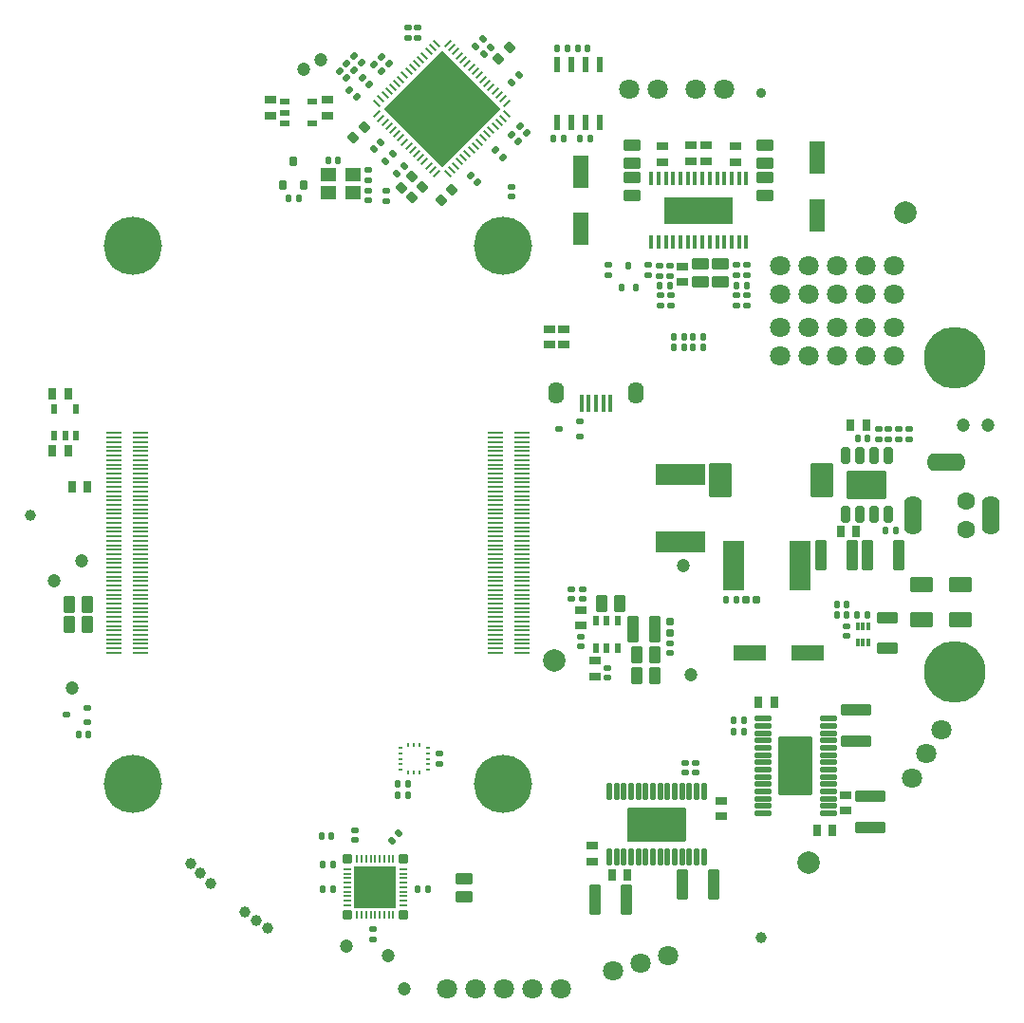
<source format=gts>
G04*
G04 #@! TF.GenerationSoftware,Altium Limited,Altium Designer,21.8.1 (53)*
G04*
G04 Layer_Color=8388736*
%FSTAX43Y43*%
%MOMM*%
G71*
G04*
G04 #@! TF.SameCoordinates,6DCA0702-E8A1-45D8-905D-7E8CEDC4C78A*
G04*
G04*
G04 #@! TF.FilePolarity,Negative*
G04*
G01*
G75*
%ADD17R,0.250X0.350*%
%ADD18R,0.350X0.250*%
G04:AMPARAMS|DCode=19|XSize=0.6mm|YSize=0.5mm|CornerRadius=0.05mm|HoleSize=0mm|Usage=FLASHONLY|Rotation=0.000|XOffset=0mm|YOffset=0mm|HoleType=Round|Shape=RoundedRectangle|*
%AMROUNDEDRECTD19*
21,1,0.600,0.400,0,0,0.0*
21,1,0.500,0.500,0,0,0.0*
1,1,0.100,0.250,-0.200*
1,1,0.100,-0.250,-0.200*
1,1,0.100,-0.250,0.200*
1,1,0.100,0.250,0.200*
%
%ADD19ROUNDEDRECTD19*%
G04:AMPARAMS|DCode=20|XSize=0.6mm|YSize=0.5mm|CornerRadius=0.05mm|HoleSize=0mm|Usage=FLASHONLY|Rotation=270.000|XOffset=0mm|YOffset=0mm|HoleType=Round|Shape=RoundedRectangle|*
%AMROUNDEDRECTD20*
21,1,0.600,0.400,0,0,270.0*
21,1,0.500,0.500,0,0,270.0*
1,1,0.100,-0.200,-0.250*
1,1,0.100,-0.200,0.250*
1,1,0.100,0.200,0.250*
1,1,0.100,0.200,-0.250*
%
%ADD20ROUNDEDRECTD20*%
G04:AMPARAMS|DCode=21|XSize=0.95mm|YSize=0.75mm|CornerRadius=0.075mm|HoleSize=0mm|Usage=FLASHONLY|Rotation=180.000|XOffset=0mm|YOffset=0mm|HoleType=Round|Shape=RoundedRectangle|*
%AMROUNDEDRECTD21*
21,1,0.950,0.600,0,0,180.0*
21,1,0.800,0.750,0,0,180.0*
1,1,0.150,-0.400,0.300*
1,1,0.150,0.400,0.300*
1,1,0.150,0.400,-0.300*
1,1,0.150,-0.400,-0.300*
%
%ADD21ROUNDEDRECTD21*%
G04:AMPARAMS|DCode=22|XSize=0.6mm|YSize=0.5mm|CornerRadius=0.05mm|HoleSize=0mm|Usage=FLASHONLY|Rotation=315.000|XOffset=0mm|YOffset=0mm|HoleType=Round|Shape=RoundedRectangle|*
%AMROUNDEDRECTD22*
21,1,0.600,0.400,0,0,315.0*
21,1,0.500,0.500,0,0,315.0*
1,1,0.100,0.035,-0.318*
1,1,0.100,-0.318,0.035*
1,1,0.100,-0.035,0.318*
1,1,0.100,0.318,-0.035*
%
%ADD22ROUNDEDRECTD22*%
G04:AMPARAMS|DCode=23|XSize=0.6mm|YSize=0.5mm|CornerRadius=0.05mm|HoleSize=0mm|Usage=FLASHONLY|Rotation=45.000|XOffset=0mm|YOffset=0mm|HoleType=Round|Shape=RoundedRectangle|*
%AMROUNDEDRECTD23*
21,1,0.600,0.400,0,0,45.0*
21,1,0.500,0.500,0,0,45.0*
1,1,0.100,0.318,0.035*
1,1,0.100,-0.035,-0.318*
1,1,0.100,-0.318,-0.035*
1,1,0.100,0.035,0.318*
%
%ADD23ROUNDEDRECTD23*%
%ADD24R,1.430X0.200*%
G04:AMPARAMS|DCode=25|XSize=0.95mm|YSize=0.75mm|CornerRadius=0.075mm|HoleSize=0mm|Usage=FLASHONLY|Rotation=270.000|XOffset=0mm|YOffset=0mm|HoleType=Round|Shape=RoundedRectangle|*
%AMROUNDEDRECTD25*
21,1,0.950,0.600,0,0,270.0*
21,1,0.800,0.750,0,0,270.0*
1,1,0.150,-0.300,-0.400*
1,1,0.150,-0.300,0.400*
1,1,0.150,0.300,0.400*
1,1,0.150,0.300,-0.400*
%
%ADD25ROUNDEDRECTD25*%
G04:AMPARAMS|DCode=26|XSize=1.45mm|YSize=0.95mm|CornerRadius=0.095mm|HoleSize=0mm|Usage=FLASHONLY|Rotation=90.000|XOffset=0mm|YOffset=0mm|HoleType=Round|Shape=RoundedRectangle|*
%AMROUNDEDRECTD26*
21,1,1.450,0.760,0,0,90.0*
21,1,1.260,0.950,0,0,90.0*
1,1,0.190,0.380,0.630*
1,1,0.190,0.380,-0.630*
1,1,0.190,-0.380,-0.630*
1,1,0.190,-0.380,0.630*
%
%ADD26ROUNDEDRECTD26*%
G04:AMPARAMS|DCode=27|XSize=2.7mm|YSize=0.95mm|CornerRadius=0.095mm|HoleSize=0mm|Usage=FLASHONLY|Rotation=270.000|XOffset=0mm|YOffset=0mm|HoleType=Round|Shape=RoundedRectangle|*
%AMROUNDEDRECTD27*
21,1,2.700,0.760,0,0,270.0*
21,1,2.510,0.950,0,0,270.0*
1,1,0.190,-0.380,-1.255*
1,1,0.190,-0.380,1.255*
1,1,0.190,0.380,1.255*
1,1,0.190,0.380,-1.255*
%
%ADD27ROUNDEDRECTD27*%
G04:AMPARAMS|DCode=28|XSize=0.95mm|YSize=0.75mm|CornerRadius=0.075mm|HoleSize=0mm|Usage=FLASHONLY|Rotation=315.000|XOffset=0mm|YOffset=0mm|HoleType=Round|Shape=RoundedRectangle|*
%AMROUNDEDRECTD28*
21,1,0.950,0.600,0,0,315.0*
21,1,0.800,0.750,0,0,315.0*
1,1,0.150,0.071,-0.495*
1,1,0.150,-0.495,0.071*
1,1,0.150,-0.071,0.495*
1,1,0.150,0.495,-0.071*
%
%ADD28ROUNDEDRECTD28*%
G04:AMPARAMS|DCode=29|XSize=1.45mm|YSize=0.95mm|CornerRadius=0.095mm|HoleSize=0mm|Usage=FLASHONLY|Rotation=180.000|XOffset=0mm|YOffset=0mm|HoleType=Round|Shape=RoundedRectangle|*
%AMROUNDEDRECTD29*
21,1,1.450,0.760,0,0,180.0*
21,1,1.260,0.950,0,0,180.0*
1,1,0.190,-0.630,0.380*
1,1,0.190,0.630,0.380*
1,1,0.190,0.630,-0.380*
1,1,0.190,-0.630,-0.380*
%
%ADD29ROUNDEDRECTD29*%
%ADD30R,1.450X3.000*%
G04:AMPARAMS|DCode=31|XSize=0.55mm|YSize=0.9mm|CornerRadius=0.055mm|HoleSize=0mm|Usage=FLASHONLY|Rotation=180.000|XOffset=0mm|YOffset=0mm|HoleType=Round|Shape=RoundedRectangle|*
%AMROUNDEDRECTD31*
21,1,0.550,0.790,0,0,180.0*
21,1,0.440,0.900,0,0,180.0*
1,1,0.110,-0.220,0.395*
1,1,0.110,0.220,0.395*
1,1,0.110,0.220,-0.395*
1,1,0.110,-0.220,-0.395*
%
%ADD31ROUNDEDRECTD31*%
G04:AMPARAMS|DCode=32|XSize=1.4mm|YSize=1.95mm|CornerRadius=0.14mm|HoleSize=0mm|Usage=FLASHONLY|Rotation=90.000|XOffset=0mm|YOffset=0mm|HoleType=Round|Shape=RoundedRectangle|*
%AMROUNDEDRECTD32*
21,1,1.400,1.670,0,0,90.0*
21,1,1.120,1.950,0,0,90.0*
1,1,0.280,0.835,0.560*
1,1,0.280,0.835,-0.560*
1,1,0.280,-0.835,-0.560*
1,1,0.280,-0.835,0.560*
%
%ADD32ROUNDEDRECTD32*%
%ADD33R,1.950X4.400*%
G04:AMPARAMS|DCode=34|XSize=0.5mm|YSize=0.65mm|CornerRadius=0.05mm|HoleSize=0mm|Usage=FLASHONLY|Rotation=270.000|XOffset=0mm|YOffset=0mm|HoleType=Round|Shape=RoundedRectangle|*
%AMROUNDEDRECTD34*
21,1,0.500,0.550,0,0,270.0*
21,1,0.400,0.650,0,0,270.0*
1,1,0.100,-0.275,-0.200*
1,1,0.100,-0.275,0.200*
1,1,0.100,0.275,0.200*
1,1,0.100,0.275,-0.200*
%
%ADD34ROUNDEDRECTD34*%
G04:AMPARAMS|DCode=35|XSize=0.4mm|YSize=1.5mm|CornerRadius=0.1mm|HoleSize=0mm|Usage=FLASHONLY|Rotation=0.000|XOffset=0mm|YOffset=0mm|HoleType=Round|Shape=RoundedRectangle|*
%AMROUNDEDRECTD35*
21,1,0.400,1.300,0,0,0.0*
21,1,0.200,1.500,0,0,0.0*
1,1,0.200,0.100,-0.650*
1,1,0.200,-0.100,-0.650*
1,1,0.200,-0.100,0.650*
1,1,0.200,0.100,0.650*
%
%ADD35ROUNDEDRECTD35*%
G04:AMPARAMS|DCode=36|XSize=0.6mm|YSize=0.85mm|CornerRadius=0.06mm|HoleSize=0mm|Usage=FLASHONLY|Rotation=180.000|XOffset=0mm|YOffset=0mm|HoleType=Round|Shape=RoundedRectangle|*
%AMROUNDEDRECTD36*
21,1,0.600,0.730,0,0,180.0*
21,1,0.480,0.850,0,0,180.0*
1,1,0.120,-0.240,0.365*
1,1,0.120,0.240,0.365*
1,1,0.120,0.240,-0.365*
1,1,0.120,-0.240,-0.365*
%
%ADD36ROUNDEDRECTD36*%
G04:AMPARAMS|DCode=37|XSize=0.55mm|YSize=1.35mm|CornerRadius=0.028mm|HoleSize=0mm|Usage=FLASHONLY|Rotation=180.000|XOffset=0mm|YOffset=0mm|HoleType=Round|Shape=RoundedRectangle|*
%AMROUNDEDRECTD37*
21,1,0.550,1.295,0,0,180.0*
21,1,0.495,1.350,0,0,180.0*
1,1,0.055,-0.248,0.648*
1,1,0.055,0.248,0.648*
1,1,0.055,0.248,-0.648*
1,1,0.055,-0.248,-0.648*
%
%ADD37ROUNDEDRECTD37*%
G04:AMPARAMS|DCode=38|XSize=0.2mm|YSize=0.85mm|CornerRadius=0mm|HoleSize=0mm|Usage=FLASHONLY|Rotation=45.000|XOffset=0mm|YOffset=0mm|HoleType=Round|Shape=Round|*
%AMOVALD38*
21,1,0.650,0.200,0.000,0.000,135.0*
1,1,0.200,0.230,-0.230*
1,1,0.200,-0.230,0.230*
%
%ADD38OVALD38*%

G04:AMPARAMS|DCode=39|XSize=0.2mm|YSize=0.85mm|CornerRadius=0mm|HoleSize=0mm|Usage=FLASHONLY|Rotation=315.000|XOffset=0mm|YOffset=0mm|HoleType=Round|Shape=Round|*
%AMOVALD39*
21,1,0.650,0.200,0.000,0.000,45.0*
1,1,0.200,-0.230,-0.230*
1,1,0.200,0.230,0.230*
%
%ADD39OVALD39*%

G04:AMPARAMS|DCode=40|XSize=0.3mm|YSize=0.67mm|CornerRadius=0.03mm|HoleSize=0mm|Usage=FLASHONLY|Rotation=180.000|XOffset=0mm|YOffset=0mm|HoleType=Round|Shape=RoundedRectangle|*
%AMROUNDEDRECTD40*
21,1,0.300,0.610,0,0,180.0*
21,1,0.240,0.670,0,0,180.0*
1,1,0.060,-0.120,0.305*
1,1,0.060,0.120,0.305*
1,1,0.060,0.120,-0.305*
1,1,0.060,-0.120,-0.305*
%
%ADD40ROUNDEDRECTD40*%
G04:AMPARAMS|DCode=41|XSize=1.8mm|YSize=1.05mm|CornerRadius=0.105mm|HoleSize=0mm|Usage=FLASHONLY|Rotation=0.000|XOffset=0mm|YOffset=0mm|HoleType=Round|Shape=RoundedRectangle|*
%AMROUNDEDRECTD41*
21,1,1.800,0.840,0,0,0.0*
21,1,1.590,1.050,0,0,0.0*
1,1,0.210,0.795,-0.420*
1,1,0.210,-0.795,-0.420*
1,1,0.210,-0.795,0.420*
1,1,0.210,0.795,0.420*
%
%ADD41ROUNDEDRECTD41*%
G04:AMPARAMS|DCode=42|XSize=2.7mm|YSize=0.95mm|CornerRadius=0.095mm|HoleSize=0mm|Usage=FLASHONLY|Rotation=0.000|XOffset=0mm|YOffset=0mm|HoleType=Round|Shape=RoundedRectangle|*
%AMROUNDEDRECTD42*
21,1,2.700,0.760,0,0,0.0*
21,1,2.510,0.950,0,0,0.0*
1,1,0.190,1.255,-0.380*
1,1,0.190,-1.255,-0.380*
1,1,0.190,-1.255,0.380*
1,1,0.190,1.255,0.380*
%
%ADD42ROUNDEDRECTD42*%
G04:AMPARAMS|DCode=43|XSize=0.8mm|YSize=1.5mm|CornerRadius=0.2mm|HoleSize=0mm|Usage=FLASHONLY|Rotation=180.000|XOffset=0mm|YOffset=0mm|HoleType=Round|Shape=RoundedRectangle|*
%AMROUNDEDRECTD43*
21,1,0.800,1.100,0,0,180.0*
21,1,0.400,1.500,0,0,180.0*
1,1,0.400,-0.200,0.550*
1,1,0.400,0.200,0.550*
1,1,0.400,0.200,-0.550*
1,1,0.400,-0.200,-0.550*
%
%ADD43ROUNDEDRECTD43*%
G04:AMPARAMS|DCode=44|XSize=2.61mm|YSize=3.5mm|CornerRadius=0.131mm|HoleSize=0mm|Usage=FLASHONLY|Rotation=90.000|XOffset=0mm|YOffset=0mm|HoleType=Round|Shape=RoundedRectangle|*
%AMROUNDEDRECTD44*
21,1,2.610,3.239,0,0,90.0*
21,1,2.349,3.500,0,0,90.0*
1,1,0.261,1.620,1.175*
1,1,0.261,1.620,-1.175*
1,1,0.261,-1.620,-1.175*
1,1,0.261,-1.620,1.175*
%
%ADD44ROUNDEDRECTD44*%
G04:AMPARAMS|DCode=45|XSize=0.95mm|YSize=2.4mm|CornerRadius=0.095mm|HoleSize=0mm|Usage=FLASHONLY|Rotation=0.000|XOffset=0mm|YOffset=0mm|HoleType=Round|Shape=RoundedRectangle|*
%AMROUNDEDRECTD45*
21,1,0.950,2.210,0,0,0.0*
21,1,0.760,2.400,0,0,0.0*
1,1,0.190,0.380,-1.105*
1,1,0.190,-0.380,-1.105*
1,1,0.190,-0.380,1.105*
1,1,0.190,0.380,1.105*
%
%ADD45ROUNDEDRECTD45*%
G04:AMPARAMS|DCode=46|XSize=3.05mm|YSize=2.05mm|CornerRadius=0.205mm|HoleSize=0mm|Usage=FLASHONLY|Rotation=270.000|XOffset=0mm|YOffset=0mm|HoleType=Round|Shape=RoundedRectangle|*
%AMROUNDEDRECTD46*
21,1,3.050,1.640,0,0,270.0*
21,1,2.640,2.050,0,0,270.0*
1,1,0.410,-0.820,-1.320*
1,1,0.410,-0.820,1.320*
1,1,0.410,0.820,1.320*
1,1,0.410,0.820,-1.320*
%
%ADD46ROUNDEDRECTD46*%
%ADD47R,4.400X1.950*%
%ADD48O,0.200X0.800*%
%ADD49O,0.800X0.200*%
G04:AMPARAMS|DCode=50|XSize=0.85mm|YSize=0.85mm|CornerRadius=0.17mm|HoleSize=0mm|Usage=FLASHONLY|Rotation=180.000|XOffset=0mm|YOffset=0mm|HoleType=Round|Shape=RoundedRectangle|*
%AMROUNDEDRECTD50*
21,1,0.850,0.510,0,0,180.0*
21,1,0.510,0.850,0,0,180.0*
1,1,0.340,-0.255,0.255*
1,1,0.340,0.255,0.255*
1,1,0.340,0.255,-0.255*
1,1,0.340,-0.255,-0.255*
%
%ADD50ROUNDEDRECTD50*%
G04:AMPARAMS|DCode=51|XSize=1.4mm|YSize=1.15mm|CornerRadius=0.058mm|HoleSize=0mm|Usage=FLASHONLY|Rotation=0.000|XOffset=0mm|YOffset=0mm|HoleType=Round|Shape=RoundedRectangle|*
%AMROUNDEDRECTD51*
21,1,1.400,1.035,0,0,0.0*
21,1,1.285,1.150,0,0,0.0*
1,1,0.115,0.643,-0.518*
1,1,0.115,-0.643,-0.518*
1,1,0.115,-0.643,0.518*
1,1,0.115,0.643,0.518*
%
%ADD51ROUNDEDRECTD51*%
%ADD52O,0.400X1.200*%
G04:AMPARAMS|DCode=53|XSize=0.55mm|YSize=0.9mm|CornerRadius=0.055mm|HoleSize=0mm|Usage=FLASHONLY|Rotation=90.000|XOffset=0mm|YOffset=0mm|HoleType=Round|Shape=RoundedRectangle|*
%AMROUNDEDRECTD53*
21,1,0.550,0.790,0,0,90.0*
21,1,0.440,0.900,0,0,90.0*
1,1,0.110,0.395,0.220*
1,1,0.110,0.395,-0.220*
1,1,0.110,-0.395,-0.220*
1,1,0.110,-0.395,0.220*
%
%ADD53ROUNDEDRECTD53*%
G04:AMPARAMS|DCode=54|XSize=0.5mm|YSize=0.65mm|CornerRadius=0.05mm|HoleSize=0mm|Usage=FLASHONLY|Rotation=180.000|XOffset=0mm|YOffset=0mm|HoleType=Round|Shape=RoundedRectangle|*
%AMROUNDEDRECTD54*
21,1,0.500,0.550,0,0,180.0*
21,1,0.400,0.650,0,0,180.0*
1,1,0.100,-0.200,0.275*
1,1,0.100,0.200,0.275*
1,1,0.100,0.200,-0.275*
1,1,0.100,-0.200,-0.275*
%
%ADD54ROUNDEDRECTD54*%
G04:AMPARAMS|DCode=55|XSize=0.6mm|YSize=0.7mm|CornerRadius=0.06mm|HoleSize=0mm|Usage=FLASHONLY|Rotation=90.000|XOffset=0mm|YOffset=0mm|HoleType=Round|Shape=RoundedRectangle|*
%AMROUNDEDRECTD55*
21,1,0.600,0.580,0,0,90.0*
21,1,0.480,0.700,0,0,90.0*
1,1,0.120,0.290,0.240*
1,1,0.120,0.290,-0.240*
1,1,0.120,-0.290,-0.240*
1,1,0.120,-0.290,0.240*
%
%ADD55ROUNDEDRECTD55*%
G04:AMPARAMS|DCode=56|XSize=0.6mm|YSize=0.7mm|CornerRadius=0.06mm|HoleSize=0mm|Usage=FLASHONLY|Rotation=0.000|XOffset=0mm|YOffset=0mm|HoleType=Round|Shape=RoundedRectangle|*
%AMROUNDEDRECTD56*
21,1,0.600,0.580,0,0,0.0*
21,1,0.480,0.700,0,0,0.0*
1,1,0.120,0.240,-0.290*
1,1,0.120,-0.240,-0.290*
1,1,0.120,-0.240,0.290*
1,1,0.120,0.240,0.290*
%
%ADD56ROUNDEDRECTD56*%
G04:AMPARAMS|DCode=57|XSize=0.45mm|YSize=1.5mm|CornerRadius=0.113mm|HoleSize=0mm|Usage=FLASHONLY|Rotation=180.000|XOffset=0mm|YOffset=0mm|HoleType=Round|Shape=RoundedRectangle|*
%AMROUNDEDRECTD57*
21,1,0.450,1.275,0,0,180.0*
21,1,0.225,1.500,0,0,180.0*
1,1,0.225,-0.113,0.638*
1,1,0.225,0.113,0.638*
1,1,0.225,0.113,-0.638*
1,1,0.225,-0.113,-0.638*
%
%ADD57ROUNDEDRECTD57*%
G04:AMPARAMS|DCode=58|XSize=5.18mm|YSize=3.1mm|CornerRadius=0.078mm|HoleSize=0mm|Usage=FLASHONLY|Rotation=180.000|XOffset=0mm|YOffset=0mm|HoleType=Round|Shape=RoundedRectangle|*
%AMROUNDEDRECTD58*
21,1,5.180,2.945,0,0,180.0*
21,1,5.025,3.100,0,0,180.0*
1,1,0.155,-2.513,1.473*
1,1,0.155,2.513,1.473*
1,1,0.155,2.513,-1.473*
1,1,0.155,-2.513,-1.473*
%
%ADD58ROUNDEDRECTD58*%
G04:AMPARAMS|DCode=59|XSize=0.45mm|YSize=1.5mm|CornerRadius=0.113mm|HoleSize=0mm|Usage=FLASHONLY|Rotation=270.000|XOffset=0mm|YOffset=0mm|HoleType=Round|Shape=RoundedRectangle|*
%AMROUNDEDRECTD59*
21,1,0.450,1.275,0,0,270.0*
21,1,0.225,1.500,0,0,270.0*
1,1,0.225,-0.638,-0.113*
1,1,0.225,-0.638,0.113*
1,1,0.225,0.638,0.113*
1,1,0.225,0.638,-0.113*
%
%ADD59ROUNDEDRECTD59*%
G04:AMPARAMS|DCode=60|XSize=5.18mm|YSize=3.1mm|CornerRadius=0.078mm|HoleSize=0mm|Usage=FLASHONLY|Rotation=270.000|XOffset=0mm|YOffset=0mm|HoleType=Round|Shape=RoundedRectangle|*
%AMROUNDEDRECTD60*
21,1,5.180,2.945,0,0,270.0*
21,1,5.025,3.100,0,0,270.0*
1,1,0.155,-1.473,-2.513*
1,1,0.155,-1.473,2.513*
1,1,0.155,1.473,2.513*
1,1,0.155,1.473,-2.513*
%
%ADD60ROUNDEDRECTD60*%
%ADD61R,3.000X1.450*%
%ADD62C,2.000*%
%ADD63C,1.200*%
%ADD64P,10.465X4X360.0*%
%ADD65R,3.800X3.800*%
%ADD66R,6.170X2.400*%
%ADD67C,1.000*%
%ADD68C,1.800*%
%ADD69C,5.500*%
%ADD70O,1.400X1.950*%
%ADD71O,1.600X3.500*%
%ADD72O,3.500X1.600*%
%ADD73C,1.600*%
%ADD74C,0.900*%
%ADD75C,5.200*%
D17*
X-000875Y-0022975D02*
D03*
X-000925D02*
D03*
X-000975D02*
D03*
Y-0020525D02*
D03*
X-000925D02*
D03*
X-000875D02*
D03*
D18*
X-0010475Y-002275D02*
D03*
Y-002225D02*
D03*
Y-002175D02*
D03*
Y-002125D02*
D03*
Y-002075D02*
D03*
X-0008025D02*
D03*
Y-002125D02*
D03*
Y-002175D02*
D03*
Y-002225D02*
D03*
Y-002275D02*
D03*
D19*
X-0007Y-00222D02*
D03*
Y-00213D02*
D03*
X-0014475Y-00281D02*
D03*
Y-0029D02*
D03*
X-0011725Y0028D02*
D03*
Y00289D02*
D03*
X-00129Y-003695D02*
D03*
X-00129Y-003785D02*
D03*
X0034Y000675D02*
D03*
Y000765D02*
D03*
X00322Y000765D02*
D03*
Y000675D02*
D03*
X0029325Y-00099D02*
D03*
X0029325Y-00108D02*
D03*
X0013575Y-0012325D02*
D03*
Y-0011425D02*
D03*
X00056Y-001175D02*
D03*
Y-001085D02*
D03*
X0005774Y-0006599D02*
D03*
Y-0007499D02*
D03*
X0004825Y-00066D02*
D03*
Y-00075D02*
D03*
X0011689Y00214D02*
D03*
Y00223D02*
D03*
X0019489Y00223D02*
D03*
Y00214D02*
D03*
X00081Y00214D02*
D03*
X00081Y00223D02*
D03*
X-00089Y004345D02*
D03*
Y004255D02*
D03*
X-00098Y004345D02*
D03*
Y004255D02*
D03*
X00136Y002135D02*
D03*
Y002225D02*
D03*
X0019525Y00196D02*
D03*
Y00187D02*
D03*
X0013675Y0019575D02*
D03*
Y0018675D02*
D03*
X-00133Y003075D02*
D03*
Y002985D02*
D03*
Y002895D02*
D03*
Y002805D02*
D03*
X0012725Y0018675D02*
D03*
Y0019575D02*
D03*
X0008Y-0014525D02*
D03*
Y-0013625D02*
D03*
X00331Y000765D02*
D03*
Y000675D02*
D03*
X00349D02*
D03*
Y000765D02*
D03*
X0020475Y00196D02*
D03*
Y00187D02*
D03*
X0020439Y00223D02*
D03*
Y00214D02*
D03*
X00127Y002225D02*
D03*
Y002135D02*
D03*
X-000055Y00293D02*
D03*
Y00284D02*
D03*
X0014925Y-0023D02*
D03*
Y-00221D02*
D03*
X0015925Y-0023D02*
D03*
Y-00221D02*
D03*
D20*
X-0009775Y-0025D02*
D03*
X-0010675D02*
D03*
X-00175Y-002865D02*
D03*
X-00166D02*
D03*
X-00089Y-00334D02*
D03*
X-0008D02*
D03*
X-001645Y-00334D02*
D03*
X-001735D02*
D03*
X00193Y-0019325D02*
D03*
X00202D02*
D03*
X0029375Y-0007975D02*
D03*
X0028475D02*
D03*
X0030275Y-000895D02*
D03*
X0031175D02*
D03*
X-001735Y-00312D02*
D03*
X-001645D02*
D03*
X-0016899Y0031616D02*
D03*
X-0015999D02*
D03*
X000555Y00336D02*
D03*
X000645D02*
D03*
X000355Y00416D02*
D03*
X000445D02*
D03*
X000625D02*
D03*
X000535D02*
D03*
X00195Y-000755D02*
D03*
X00186D02*
D03*
X001955Y00205D02*
D03*
X002045D02*
D03*
X00127Y0020475D02*
D03*
X00136D02*
D03*
X00032Y00336D02*
D03*
X00041D02*
D03*
X-00204Y002825D02*
D03*
X-00195D02*
D03*
X001655Y0014975D02*
D03*
X001565D02*
D03*
X001655Y0015875D02*
D03*
X001565D02*
D03*
X001395Y0015875D02*
D03*
X001485D02*
D03*
Y0014975D02*
D03*
X001395D02*
D03*
X-00098Y-0024D02*
D03*
X-00107D02*
D03*
X-0039175Y-00196D02*
D03*
X-0038275D02*
D03*
X003285Y-00014D02*
D03*
X003375D02*
D03*
X003125Y00068D02*
D03*
X003035D02*
D03*
X0028475Y-000895D02*
D03*
X0029375D02*
D03*
X00202Y-0018325D02*
D03*
X00193D02*
D03*
D21*
X00182Y-00269D02*
D03*
Y-00255D02*
D03*
X-0016975Y003565D02*
D03*
Y003705D02*
D03*
X-0022075Y003565D02*
D03*
Y003705D02*
D03*
X0006625Y-00309D02*
D03*
Y-00295D02*
D03*
X00293Y-0024975D02*
D03*
Y-0026375D02*
D03*
X0005599Y-0008475D02*
D03*
Y-0009875D02*
D03*
X0014739Y0020775D02*
D03*
Y0022175D02*
D03*
X00194Y00329D02*
D03*
Y00315D02*
D03*
X00168Y003155D02*
D03*
Y003295D02*
D03*
X00155D02*
D03*
Y003155D02*
D03*
X000415Y00152D02*
D03*
Y00166D02*
D03*
X00129Y00315D02*
D03*
Y00329D02*
D03*
X00069Y-0013D02*
D03*
Y-00144D02*
D03*
X000285Y00152D02*
D03*
Y00166D02*
D03*
D22*
X-0000524Y0038583D02*
D03*
X0000112Y003922D02*
D03*
X-0012191Y003328D02*
D03*
X-0012828Y0032644D02*
D03*
X-0003034Y0041094D02*
D03*
X-0002398Y004173D02*
D03*
X-0010141Y0031088D02*
D03*
X-0010777Y0030452D02*
D03*
X-0003741Y0041801D02*
D03*
X-0003105Y0042437D02*
D03*
X-0011131Y0032219D02*
D03*
X-0011767Y0031583D02*
D03*
X-0010607Y-0028407D02*
D03*
X-0011243Y-0029043D02*
D03*
D23*
X-0014382Y0037282D02*
D03*
X-0015018Y0037918D02*
D03*
X0000182Y0034718D02*
D03*
X0000818Y0034082D02*
D03*
X-0001973Y0032538D02*
D03*
X-0001337Y0031901D02*
D03*
X-0004218Y0030318D02*
D03*
X-0003582Y0029682D02*
D03*
X0000077Y0033316D02*
D03*
X-0000559Y0033952D02*
D03*
X-0011482Y0040232D02*
D03*
X-0012118Y0040868D02*
D03*
X-0013924Y0040316D02*
D03*
X-001456Y0040952D02*
D03*
X-0012793Y0040193D02*
D03*
X-0012157Y0039557D02*
D03*
X-0015903Y0039609D02*
D03*
X-0015267Y0038972D02*
D03*
X-0015232Y0040281D02*
D03*
X-0014595Y0039644D02*
D03*
X-0013216Y0038407D02*
D03*
X-0013853Y0039043D02*
D03*
D24*
X-003599Y00021D02*
D03*
Y00017D02*
D03*
Y00013D02*
D03*
Y00009D02*
D03*
Y00005D02*
D03*
Y00001D02*
D03*
Y-00003D02*
D03*
Y-00011D02*
D03*
Y-00015D02*
D03*
Y-00019D02*
D03*
Y-00023D02*
D03*
Y-00007D02*
D03*
Y-00027D02*
D03*
Y-00031D02*
D03*
Y-00035D02*
D03*
Y-00039D02*
D03*
Y-00043D02*
D03*
Y-00047D02*
D03*
Y-00055D02*
D03*
Y-00059D02*
D03*
Y-00063D02*
D03*
Y-00067D02*
D03*
Y-00051D02*
D03*
Y-00071D02*
D03*
Y-00083D02*
D03*
Y-00087D02*
D03*
X-003361Y-00083D02*
D03*
Y-00087D02*
D03*
X-003599Y-00091D02*
D03*
Y-00095D02*
D03*
Y-00099D02*
D03*
Y-00103D02*
D03*
Y-00107D02*
D03*
Y-00111D02*
D03*
Y-00115D02*
D03*
Y-00119D02*
D03*
Y-00123D02*
D03*
X-003361Y-00091D02*
D03*
Y-00095D02*
D03*
Y-00099D02*
D03*
Y-00103D02*
D03*
Y-00107D02*
D03*
Y-00111D02*
D03*
Y-00115D02*
D03*
Y-00119D02*
D03*
Y-00123D02*
D03*
X-003599Y-00075D02*
D03*
Y-00079D02*
D03*
X-003361D02*
D03*
Y-00075D02*
D03*
X-003599Y00073D02*
D03*
Y00069D02*
D03*
Y00065D02*
D03*
Y00061D02*
D03*
Y00057D02*
D03*
Y00053D02*
D03*
Y00049D02*
D03*
Y00045D02*
D03*
Y00041D02*
D03*
Y00033D02*
D03*
Y00029D02*
D03*
Y00025D02*
D03*
Y00037D02*
D03*
X-003361Y00029D02*
D03*
Y00025D02*
D03*
Y00021D02*
D03*
Y00017D02*
D03*
Y00013D02*
D03*
Y00009D02*
D03*
Y00005D02*
D03*
Y00001D02*
D03*
Y-00003D02*
D03*
Y-00011D02*
D03*
Y-00015D02*
D03*
Y-00007D02*
D03*
Y-00019D02*
D03*
Y-00023D02*
D03*
Y-00027D02*
D03*
Y-00031D02*
D03*
Y-00035D02*
D03*
Y-00039D02*
D03*
Y-00043D02*
D03*
Y-00047D02*
D03*
Y-00051D02*
D03*
Y-00055D02*
D03*
Y-00063D02*
D03*
Y-00067D02*
D03*
Y-00059D02*
D03*
Y-00071D02*
D03*
Y00073D02*
D03*
Y00069D02*
D03*
Y00065D02*
D03*
Y00061D02*
D03*
Y00057D02*
D03*
Y00053D02*
D03*
Y00049D02*
D03*
Y00041D02*
D03*
Y00037D02*
D03*
Y00033D02*
D03*
Y00045D02*
D03*
X000039D02*
D03*
Y00033D02*
D03*
Y00037D02*
D03*
Y00041D02*
D03*
Y00049D02*
D03*
Y00053D02*
D03*
Y00057D02*
D03*
Y00061D02*
D03*
Y00065D02*
D03*
Y00069D02*
D03*
Y00073D02*
D03*
Y-00071D02*
D03*
Y-00059D02*
D03*
Y-00067D02*
D03*
Y-00063D02*
D03*
Y-00055D02*
D03*
Y-00051D02*
D03*
Y-00047D02*
D03*
Y-00043D02*
D03*
Y-00039D02*
D03*
Y-00035D02*
D03*
Y-00031D02*
D03*
Y-00027D02*
D03*
Y-00023D02*
D03*
Y-00019D02*
D03*
Y-00007D02*
D03*
Y-00015D02*
D03*
Y-00011D02*
D03*
Y-00003D02*
D03*
Y00001D02*
D03*
Y00005D02*
D03*
Y00009D02*
D03*
Y00013D02*
D03*
Y00017D02*
D03*
Y00021D02*
D03*
Y00025D02*
D03*
Y00029D02*
D03*
X-000199Y00037D02*
D03*
Y00025D02*
D03*
Y00029D02*
D03*
Y00033D02*
D03*
Y00041D02*
D03*
Y00045D02*
D03*
Y00049D02*
D03*
Y00053D02*
D03*
Y00057D02*
D03*
Y00061D02*
D03*
Y00073D02*
D03*
X000039Y-00075D02*
D03*
Y-00079D02*
D03*
X-000199D02*
D03*
Y-00075D02*
D03*
X000039Y-00123D02*
D03*
Y-00119D02*
D03*
Y-00115D02*
D03*
Y-00111D02*
D03*
Y-00107D02*
D03*
Y-00103D02*
D03*
Y-00099D02*
D03*
Y-00095D02*
D03*
Y-00091D02*
D03*
X-000199Y-00123D02*
D03*
Y-00119D02*
D03*
Y-00115D02*
D03*
Y-00111D02*
D03*
Y-00107D02*
D03*
Y-00103D02*
D03*
Y-00099D02*
D03*
Y-00095D02*
D03*
Y-00091D02*
D03*
X000039Y-00087D02*
D03*
Y-00083D02*
D03*
X-000199Y-00087D02*
D03*
Y-00083D02*
D03*
Y-00071D02*
D03*
Y-00051D02*
D03*
Y-00067D02*
D03*
Y-00063D02*
D03*
Y-00059D02*
D03*
Y-00055D02*
D03*
Y-00047D02*
D03*
Y-00043D02*
D03*
Y-00039D02*
D03*
Y-00035D02*
D03*
Y-00031D02*
D03*
Y-00027D02*
D03*
Y-00007D02*
D03*
Y-00023D02*
D03*
Y-00019D02*
D03*
Y-00015D02*
D03*
Y-00011D02*
D03*
Y-00003D02*
D03*
Y00001D02*
D03*
Y00005D02*
D03*
Y00009D02*
D03*
Y00013D02*
D03*
Y00017D02*
D03*
Y00021D02*
D03*
Y00069D02*
D03*
Y00065D02*
D03*
D25*
X-0040123Y0010794D02*
D03*
X-0041523Y0010794D02*
D03*
X-0040123Y0005694D02*
D03*
X-0041523Y0005694D02*
D03*
X00281Y-0028175D02*
D03*
X00267D02*
D03*
X00302Y-000145D02*
D03*
X00288D02*
D03*
X-0039775Y00025D02*
D03*
X-0038375D02*
D03*
X00297Y0008D02*
D03*
X00311D02*
D03*
X00215Y-0016675D02*
D03*
X00229D02*
D03*
X0009825Y-00321D02*
D03*
X0008425D02*
D03*
D26*
X-00384Y-0008D02*
D03*
X-004D02*
D03*
X-00384Y-00098D02*
D03*
X-004D02*
D03*
X0010675Y-00143D02*
D03*
X0012275D02*
D03*
X0010675Y-0012475D02*
D03*
X0012275D02*
D03*
X00075Y-0007925D02*
D03*
X00091D02*
D03*
D27*
X0017525Y-0033D02*
D03*
X0014725D02*
D03*
X0006925Y-00343D02*
D03*
X0009725D02*
D03*
X0031175Y-0003625D02*
D03*
X0033975D02*
D03*
X0027075Y-0003625D02*
D03*
X0029875D02*
D03*
D28*
X-0008479Y0029285D02*
D03*
X-0009469Y0028295D02*
D03*
X-0005855Y0029045D02*
D03*
X-0006845Y0028055D02*
D03*
X-0014666Y0033634D02*
D03*
X-0013676Y0034624D02*
D03*
X-0001695Y0040705D02*
D03*
X-0000705Y0041695D02*
D03*
X-0010388Y0029214D02*
D03*
X-0009398Y0030204D02*
D03*
D29*
X0018113Y0020775D02*
D03*
Y0022375D02*
D03*
X0016289Y0020775D02*
D03*
Y0022375D02*
D03*
X00102Y0028475D02*
D03*
Y0030075D02*
D03*
X00102Y0031375D02*
D03*
Y0032975D02*
D03*
X00221Y0031375D02*
D03*
Y0032975D02*
D03*
X-0004775Y-0034025D02*
D03*
Y-0032425D02*
D03*
X00221Y0028475D02*
D03*
Y0030075D02*
D03*
D30*
X00056Y00255D02*
D03*
X00056Y003065D02*
D03*
X00267Y0031875D02*
D03*
Y0026725D02*
D03*
D31*
X-0041323Y0009444D02*
D03*
X-0039423D02*
D03*
X-0040373Y0007044D02*
D03*
X-0039423Y0007044D02*
D03*
X-0041323D02*
D03*
X0007Y-001185D02*
D03*
X00089D02*
D03*
X000795D02*
D03*
X00089Y-000945D02*
D03*
X0007D02*
D03*
X000795D02*
D03*
D32*
X0036075Y-00062D02*
D03*
X0039525D02*
D03*
X0036075Y-00093D02*
D03*
X0039525D02*
D03*
D33*
X00252Y-0004475D02*
D03*
X001925D02*
D03*
D34*
X-004025Y-001785D02*
D03*
X-003835Y-00172D02*
D03*
Y-00185D02*
D03*
X000555Y0007025D02*
D03*
Y0008325D02*
D03*
X000365Y0007675D02*
D03*
D35*
X000765Y001D02*
D03*
X0007D02*
D03*
X00057D02*
D03*
X000635D02*
D03*
X00083D02*
D03*
D36*
X-002095Y002945D02*
D03*
X-001905D02*
D03*
X-002Y003155D02*
D03*
D37*
X0007305Y00402D02*
D03*
X0006035Y00402D02*
D03*
X0004765Y00402D02*
D03*
X0003495Y00402D02*
D03*
X0007305Y0035D02*
D03*
X0006035Y0035D02*
D03*
X0004765Y0035D02*
D03*
X0003495Y0035D02*
D03*
D38*
X-0009363Y0039927D02*
D03*
X-001007Y003922D02*
D03*
X-0009716Y0039573D02*
D03*
X-0009009Y0040281D02*
D03*
X-0007241Y0042048D02*
D03*
X-0007595Y0041695D02*
D03*
X-0007949Y0041341D02*
D03*
X-0008302Y0040988D02*
D03*
X-0008656Y0040634D02*
D03*
X-0010423Y0038866D02*
D03*
X-0010777Y0038513D02*
D03*
X-0011131Y0038159D02*
D03*
X-0011484Y0037806D02*
D03*
X-0011838Y0037452D02*
D03*
X-0012191Y0037099D02*
D03*
X-0012545Y0036745D02*
D03*
X-0006251Y0030452D02*
D03*
X-0005898Y0030805D02*
D03*
X-0005544Y0031159D02*
D03*
X-0005191Y0031512D02*
D03*
X-0004837Y0031866D02*
D03*
X-0004484Y0032219D02*
D03*
X-000413Y0032573D02*
D03*
X-0003777Y0032927D02*
D03*
X-0003423Y003328D02*
D03*
X-0003069Y0033634D02*
D03*
X-0002716Y0033987D02*
D03*
X-0002362Y0034341D02*
D03*
X-0002009Y0034694D02*
D03*
X-0001655Y0035048D02*
D03*
X-0001302Y0035401D02*
D03*
X-0000948Y0035755D02*
D03*
D39*
X-0012545D02*
D03*
X-0012191Y0035401D02*
D03*
X-0011838Y0035048D02*
D03*
X-0011484Y0034694D02*
D03*
X-0011131Y0034341D02*
D03*
X-0010777Y0033987D02*
D03*
X-0010423Y0033634D02*
D03*
X-001007Y003328D02*
D03*
X-0009716Y0032927D02*
D03*
X-0009363Y0032573D02*
D03*
X-0009009Y0032219D02*
D03*
X-0008656Y0031866D02*
D03*
X-0008302Y0031512D02*
D03*
X-0007949Y0031159D02*
D03*
X-0007595Y0030805D02*
D03*
X-0007241Y0030452D02*
D03*
X-0000948Y0036745D02*
D03*
X-0001302Y0037099D02*
D03*
X-0001655Y0037452D02*
D03*
X-0002009Y0037806D02*
D03*
X-0002362Y0038159D02*
D03*
X-0002716Y0038513D02*
D03*
X-0003069Y0038866D02*
D03*
X-0003423Y003922D02*
D03*
X-0003777Y0039573D02*
D03*
X-000413Y0039927D02*
D03*
X-0004484Y0040281D02*
D03*
X-0004837Y0040634D02*
D03*
X-0005191Y0040988D02*
D03*
X-0005544Y0041341D02*
D03*
X-0005898Y0041695D02*
D03*
X-0006251Y0042048D02*
D03*
D40*
X0030325Y-001139D02*
D03*
X0030825D02*
D03*
X0031325Y-001139D02*
D03*
Y-000991D02*
D03*
X0030825Y-000991D02*
D03*
X0030325D02*
D03*
D41*
X0033025Y-0011875D02*
D03*
X0033025Y-0009175D02*
D03*
D42*
X00302Y-0017375D02*
D03*
Y-0020175D02*
D03*
X00315Y-0027875D02*
D03*
Y-0025075D02*
D03*
D43*
X0029245Y0000075D02*
D03*
X0030515D02*
D03*
X0031785D02*
D03*
X0033055D02*
D03*
X0029245Y0005325D02*
D03*
X0030515D02*
D03*
X0031785D02*
D03*
X0033055D02*
D03*
D44*
X003115Y00027D02*
D03*
D45*
X00103Y-0010175D02*
D03*
X001225D02*
D03*
D46*
X002712Y0003125D02*
D03*
X001807D02*
D03*
D47*
X001455Y-0002375D02*
D03*
Y0003575D02*
D03*
D48*
X-00143Y-00357D02*
D03*
X-00135D02*
D03*
X-00131D02*
D03*
X-00127D02*
D03*
X-00111D02*
D03*
X-00139D02*
D03*
X-00143Y-00307D02*
D03*
X-00139Y-00307D02*
D03*
X-00135D02*
D03*
X-00131Y-00307D02*
D03*
X-00127D02*
D03*
X-00123Y-00307D02*
D03*
X-00119Y-00307D02*
D03*
X-00115Y-00307D02*
D03*
X-00111Y-00307D02*
D03*
X-00115Y-00357D02*
D03*
X-00119D02*
D03*
X-00123D02*
D03*
D49*
X-00102Y-00348D02*
D03*
X-00102Y-00332D02*
D03*
Y-00336D02*
D03*
X-00152Y-00348D02*
D03*
X-00152Y-00344D02*
D03*
X-00152Y-0034D02*
D03*
Y-00336D02*
D03*
Y-00332D02*
D03*
Y-00328D02*
D03*
X-00152Y-00324D02*
D03*
X-00152Y-0032D02*
D03*
Y-00316D02*
D03*
X-00102Y-0034D02*
D03*
Y-00344D02*
D03*
X-00102Y-00316D02*
D03*
X-00102Y-00324D02*
D03*
Y-00328D02*
D03*
Y-0032D02*
D03*
D50*
X-00102Y-00307D02*
D03*
X-00152D02*
D03*
Y-00357D02*
D03*
X-00102D02*
D03*
D51*
X-0016902Y0030374D02*
D03*
X-0014702D02*
D03*
Y0028774D02*
D03*
X-0016902D02*
D03*
D52*
X0020389Y0030025D02*
D03*
X0019739D02*
D03*
X0019089D02*
D03*
X0018439D02*
D03*
X0017789D02*
D03*
X0017139D02*
D03*
X0016489D02*
D03*
X0015839D02*
D03*
X0015189D02*
D03*
X0014539D02*
D03*
X0013889D02*
D03*
X0013239D02*
D03*
X0012589D02*
D03*
X0011939D02*
D03*
X0020389Y0024325D02*
D03*
X0019739D02*
D03*
X0019089D02*
D03*
X0018439D02*
D03*
X0017789D02*
D03*
X0017139D02*
D03*
X0016489D02*
D03*
X0015839D02*
D03*
X0015189D02*
D03*
X0014539D02*
D03*
X0013889D02*
D03*
X0013239D02*
D03*
X0012589D02*
D03*
X0011939D02*
D03*
D53*
X-001835Y0036846D02*
D03*
Y0034946D02*
D03*
X-002075Y0035896D02*
D03*
X-002075Y0034946D02*
D03*
X-002075Y0036846D02*
D03*
D54*
X000925Y0020325D02*
D03*
X001055D02*
D03*
X00099Y0022225D02*
D03*
D55*
X0013575Y-00105D02*
D03*
Y-000955D02*
D03*
D56*
X0021325Y-000755D02*
D03*
X0020375D02*
D03*
D57*
X0016625Y-00247D02*
D03*
X0015975D02*
D03*
X0015325D02*
D03*
X0014675D02*
D03*
X0014025D02*
D03*
X0013375D02*
D03*
X0012725D02*
D03*
X0008175D02*
D03*
X0016625Y-00305D02*
D03*
X0015975D02*
D03*
X0015325D02*
D03*
X0014675D02*
D03*
X0014025D02*
D03*
X0013375D02*
D03*
X0012725D02*
D03*
X0012075D02*
D03*
X0011425D02*
D03*
X0010775D02*
D03*
X0010125D02*
D03*
X0009475D02*
D03*
X0008825D02*
D03*
X0008175D02*
D03*
X0012075Y-00247D02*
D03*
X0010125D02*
D03*
X0009475D02*
D03*
X0008825D02*
D03*
X0010775D02*
D03*
X0011425D02*
D03*
D58*
X00124Y-00276D02*
D03*
D59*
X00219Y-0018175D02*
D03*
Y-0018825D02*
D03*
Y-0019475D02*
D03*
Y-0020125D02*
D03*
Y-0020775D02*
D03*
Y-0021425D02*
D03*
Y-0022075D02*
D03*
Y-0026625D02*
D03*
X00277Y-0018175D02*
D03*
Y-0018825D02*
D03*
Y-0019475D02*
D03*
Y-0020125D02*
D03*
Y-0020775D02*
D03*
Y-0021425D02*
D03*
Y-0022075D02*
D03*
Y-0022725D02*
D03*
Y-0023375D02*
D03*
Y-0024025D02*
D03*
Y-0024675D02*
D03*
Y-0025325D02*
D03*
Y-0025975D02*
D03*
Y-0026625D02*
D03*
X00219Y-0022725D02*
D03*
Y-0024675D02*
D03*
Y-0025325D02*
D03*
Y-0025975D02*
D03*
Y-0024025D02*
D03*
Y-0023375D02*
D03*
D60*
X00248Y-00224D02*
D03*
D61*
X0020725Y-00123D02*
D03*
X0025875D02*
D03*
D62*
X000325Y-0013D02*
D03*
X00346Y0027D02*
D03*
X0026Y-0031D02*
D03*
D63*
X-0041375Y-000585D02*
D03*
X-00389Y-00041D02*
D03*
X-0011525Y-00393D02*
D03*
X-0015285Y-0038475D02*
D03*
X-0019125Y003975D02*
D03*
X00398Y0008D02*
D03*
X00155Y-001425D02*
D03*
X0014775Y-0004475D02*
D03*
X0042Y0008D02*
D03*
X-00176Y00406D02*
D03*
X-001015Y-004225D02*
D03*
X-0039725Y-001545D02*
D03*
D64*
X-0006746Y003625D02*
D03*
D65*
X-00127Y-00332D02*
D03*
D66*
X0016164Y0027175D02*
D03*
D67*
X-0022283Y-0036869D02*
D03*
X-0024331Y-0035435D02*
D03*
X-0023307Y-0036152D02*
D03*
X-0027416Y-0032859D02*
D03*
X-0029184Y-0031091D02*
D03*
X-00283Y-0031975D02*
D03*
X002175Y-0037672D02*
D03*
X-00435Y0D02*
D03*
D68*
X00159Y0038D02*
D03*
X001844D02*
D03*
X0013453Y-0039343D02*
D03*
X0008547Y-0040657D02*
D03*
X0011Y-004D02*
D03*
X002342Y001423D02*
D03*
Y001677D02*
D03*
X002596Y001423D02*
D03*
X00285D02*
D03*
X003104D02*
D03*
X003358D02*
D03*
X002596Y001677D02*
D03*
X00285D02*
D03*
X003104D02*
D03*
X003358D02*
D03*
X-0006265Y-004225D02*
D03*
X-0003725D02*
D03*
X-0001185D02*
D03*
X0001355D02*
D03*
X0003895D02*
D03*
X003358Y002227D02*
D03*
X003104D02*
D03*
X00285D02*
D03*
X002596D02*
D03*
X003358Y001973D02*
D03*
X003104D02*
D03*
X00285D02*
D03*
X002596D02*
D03*
X002342Y002227D02*
D03*
Y001973D02*
D03*
X000993Y0038D02*
D03*
X001247D02*
D03*
X00365Y-00213D02*
D03*
X0037808Y-0019123D02*
D03*
X0035192Y-0023477D02*
D03*
D69*
X0039Y-0014D02*
D03*
Y0014D02*
D03*
D70*
X0010575Y001089D02*
D03*
X0003425D02*
D03*
D71*
X0035275Y0D02*
D03*
X004225D02*
D03*
D72*
X00382Y00047D02*
D03*
D73*
X004Y-000127D02*
D03*
Y000127D02*
D03*
D74*
X0021747Y0037674D02*
D03*
D75*
X-00013Y0024D02*
D03*
X-00343D02*
D03*
X-00013Y-0024D02*
D03*
X-00343D02*
D03*
M02*

</source>
